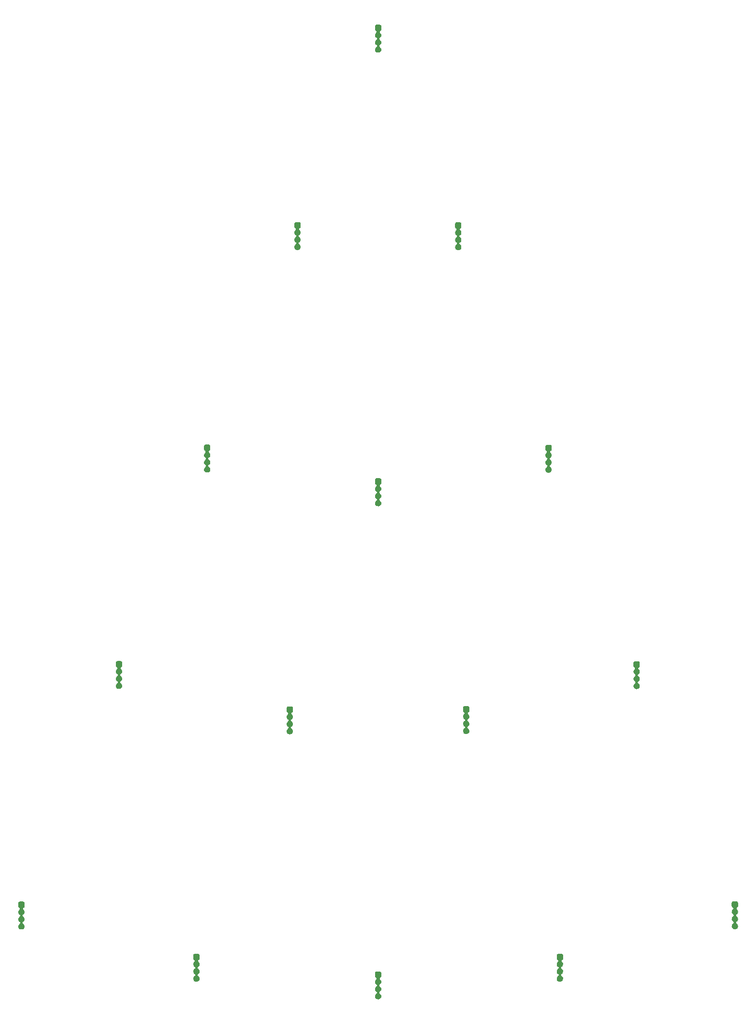
<source format=gbs>
%TF.GenerationSoftware,KiCad,Pcbnew,no-vcs-found-ef6910f~59~ubuntu16.04.1*%
%TF.CreationDate,2017-08-09T10:10:15-06:00*%
%TF.ProjectId,Christmas_Tree_Disco,4368726973746D61735F547265655F44,V1.0*%
%TF.SameCoordinates,Original*%
%TF.FileFunction,Soldermask,Bot*%
%TF.FilePolarity,Negative*%
%FSLAX46Y46*%
G04 Gerber Fmt 4.6, Leading zero omitted, Abs format (unit mm)*
G04 Created by KiCad (PCBNEW no-vcs-found-ef6910f~59~ubuntu16.04.1) date Wed Aug  9 10:10:15 2017*
%MOMM*%
%LPD*%
G01*
G04 APERTURE LIST*
%ADD10C,0.100000*%
G04 APERTURE END LIST*
D10*
G36*
X108629335Y-195946835D02*
X108681584Y-195962685D01*
X108729735Y-195988422D01*
X108771941Y-196023059D01*
X108806578Y-196065265D01*
X108832315Y-196113416D01*
X108848165Y-196165665D01*
X108854484Y-196229825D01*
X108854484Y-196760175D01*
X108848165Y-196824335D01*
X108832315Y-196876584D01*
X108806578Y-196924735D01*
X108771941Y-196966941D01*
X108729735Y-197001578D01*
X108700329Y-197017295D01*
X108667731Y-197039076D01*
X108640008Y-197066799D01*
X108618225Y-197099399D01*
X108603221Y-197135621D01*
X108595572Y-197174074D01*
X108595572Y-197213281D01*
X108603221Y-197251735D01*
X108618224Y-197287957D01*
X108652694Y-197334605D01*
X108731013Y-197413473D01*
X108791085Y-197503888D01*
X108832449Y-197604244D01*
X108853258Y-197709338D01*
X108853257Y-197709381D01*
X108853524Y-197710727D01*
X108851792Y-197834708D01*
X108851489Y-197836043D01*
X108851488Y-197836086D01*
X108827752Y-197940561D01*
X108783602Y-198039724D01*
X108721033Y-198128421D01*
X108642420Y-198203283D01*
X108598744Y-198231001D01*
X108567860Y-198255152D01*
X108542280Y-198284865D01*
X108522988Y-198318997D01*
X108510727Y-198356238D01*
X108505966Y-198395154D01*
X108508888Y-198434252D01*
X108519382Y-198472028D01*
X108537045Y-198507032D01*
X108561196Y-198537916D01*
X108594072Y-198565674D01*
X108654527Y-198606451D01*
X108731013Y-198683473D01*
X108791085Y-198773888D01*
X108832449Y-198874244D01*
X108853258Y-198979338D01*
X108853257Y-198979381D01*
X108853524Y-198980727D01*
X108851792Y-199104708D01*
X108851489Y-199106043D01*
X108851488Y-199106086D01*
X108827752Y-199210561D01*
X108783602Y-199309724D01*
X108721033Y-199398421D01*
X108642420Y-199473283D01*
X108598744Y-199501001D01*
X108567860Y-199525152D01*
X108542280Y-199554865D01*
X108522988Y-199588997D01*
X108510727Y-199626238D01*
X108505966Y-199665154D01*
X108508888Y-199704252D01*
X108519382Y-199742028D01*
X108537045Y-199777032D01*
X108561196Y-199807916D01*
X108594072Y-199835674D01*
X108654527Y-199876451D01*
X108731013Y-199953473D01*
X108791085Y-200043888D01*
X108832449Y-200144244D01*
X108853258Y-200249338D01*
X108853257Y-200249381D01*
X108853524Y-200250727D01*
X108851792Y-200374708D01*
X108851489Y-200376043D01*
X108851488Y-200376086D01*
X108827752Y-200480561D01*
X108783602Y-200579724D01*
X108721033Y-200668421D01*
X108642422Y-200743282D01*
X108550772Y-200801444D01*
X108449571Y-200840698D01*
X108342667Y-200859548D01*
X108234149Y-200857275D01*
X108128127Y-200833964D01*
X108028658Y-200790507D01*
X107939526Y-200728559D01*
X107864119Y-200650473D01*
X107805318Y-200559231D01*
X107765359Y-200458307D01*
X107745763Y-200351538D01*
X107747279Y-200243006D01*
X107769848Y-200136826D01*
X107812611Y-200037053D01*
X107873934Y-199947493D01*
X107951493Y-199871541D01*
X108003266Y-199837662D01*
X108033811Y-199813081D01*
X108058974Y-199783014D01*
X108077787Y-199748616D01*
X108089528Y-199711209D01*
X108093746Y-199672229D01*
X108090278Y-199633176D01*
X108079258Y-199595550D01*
X108061109Y-199560797D01*
X108036528Y-199530252D01*
X108007897Y-199506078D01*
X107939526Y-199458559D01*
X107864119Y-199380473D01*
X107805318Y-199289231D01*
X107765359Y-199188307D01*
X107745763Y-199081538D01*
X107747279Y-198973006D01*
X107769848Y-198866826D01*
X107812611Y-198767053D01*
X107873934Y-198677493D01*
X107951493Y-198601541D01*
X108003266Y-198567662D01*
X108033811Y-198543081D01*
X108058974Y-198513014D01*
X108077787Y-198478616D01*
X108089528Y-198441209D01*
X108093746Y-198402229D01*
X108090278Y-198363176D01*
X108079258Y-198325550D01*
X108061109Y-198290797D01*
X108036528Y-198260252D01*
X108007897Y-198236078D01*
X107939526Y-198188559D01*
X107864119Y-198110473D01*
X107805318Y-198019231D01*
X107765359Y-197918307D01*
X107745763Y-197811538D01*
X107747279Y-197703006D01*
X107769848Y-197596826D01*
X107812611Y-197497053D01*
X107873936Y-197407490D01*
X107945990Y-197336929D01*
X107971179Y-197306883D01*
X107990022Y-197272501D01*
X108001795Y-197235104D01*
X108006046Y-197196128D01*
X108002612Y-197157072D01*
X107991624Y-197119436D01*
X107973505Y-197084668D01*
X107948951Y-197054102D01*
X107918905Y-197028913D01*
X107900335Y-197017650D01*
X107870265Y-197001578D01*
X107828059Y-196966941D01*
X107793422Y-196924735D01*
X107767685Y-196876584D01*
X107751835Y-196824335D01*
X107745516Y-196760175D01*
X107745516Y-196229825D01*
X107751835Y-196165665D01*
X107767685Y-196113416D01*
X107793422Y-196065265D01*
X107828059Y-196023059D01*
X107870265Y-195988422D01*
X107918416Y-195962685D01*
X107970665Y-195946835D01*
X108034825Y-195940516D01*
X108565175Y-195940516D01*
X108629335Y-195946835D01*
X108629335Y-195946835D01*
G37*
G36*
X76629335Y-192846835D02*
X76681584Y-192862685D01*
X76729735Y-192888422D01*
X76771941Y-192923059D01*
X76806578Y-192965265D01*
X76832315Y-193013416D01*
X76848165Y-193065665D01*
X76854484Y-193129825D01*
X76854484Y-193660175D01*
X76848165Y-193724335D01*
X76832315Y-193776584D01*
X76806578Y-193824735D01*
X76771941Y-193866941D01*
X76729735Y-193901578D01*
X76700329Y-193917295D01*
X76667731Y-193939076D01*
X76640008Y-193966799D01*
X76618225Y-193999399D01*
X76603221Y-194035621D01*
X76595572Y-194074074D01*
X76595572Y-194113281D01*
X76603221Y-194151735D01*
X76618224Y-194187957D01*
X76652694Y-194234605D01*
X76731013Y-194313473D01*
X76791085Y-194403888D01*
X76832449Y-194504244D01*
X76853258Y-194609338D01*
X76853257Y-194609381D01*
X76853524Y-194610727D01*
X76851792Y-194734708D01*
X76851489Y-194736043D01*
X76851488Y-194736086D01*
X76827752Y-194840561D01*
X76783602Y-194939724D01*
X76721033Y-195028421D01*
X76642420Y-195103283D01*
X76598744Y-195131001D01*
X76567860Y-195155152D01*
X76542280Y-195184865D01*
X76522988Y-195218997D01*
X76510727Y-195256238D01*
X76505966Y-195295154D01*
X76508888Y-195334252D01*
X76519382Y-195372028D01*
X76537045Y-195407032D01*
X76561196Y-195437916D01*
X76594072Y-195465674D01*
X76654527Y-195506451D01*
X76731013Y-195583473D01*
X76791085Y-195673888D01*
X76832449Y-195774244D01*
X76853258Y-195879338D01*
X76853257Y-195879381D01*
X76853524Y-195880727D01*
X76851792Y-196004708D01*
X76851489Y-196006043D01*
X76851488Y-196006086D01*
X76827752Y-196110561D01*
X76783602Y-196209724D01*
X76721033Y-196298421D01*
X76642420Y-196373283D01*
X76598744Y-196401001D01*
X76567860Y-196425152D01*
X76542280Y-196454865D01*
X76522988Y-196488997D01*
X76510727Y-196526238D01*
X76505966Y-196565154D01*
X76508888Y-196604252D01*
X76519382Y-196642028D01*
X76537045Y-196677032D01*
X76561196Y-196707916D01*
X76594072Y-196735674D01*
X76654527Y-196776451D01*
X76731013Y-196853473D01*
X76791085Y-196943888D01*
X76832449Y-197044244D01*
X76853258Y-197149338D01*
X76853257Y-197149381D01*
X76853524Y-197150727D01*
X76851792Y-197274708D01*
X76851489Y-197276043D01*
X76851488Y-197276086D01*
X76827752Y-197380561D01*
X76783602Y-197479724D01*
X76721033Y-197568421D01*
X76642422Y-197643282D01*
X76550772Y-197701444D01*
X76449571Y-197740698D01*
X76342667Y-197759548D01*
X76234149Y-197757275D01*
X76128127Y-197733964D01*
X76028658Y-197690507D01*
X75939526Y-197628559D01*
X75864119Y-197550473D01*
X75805318Y-197459231D01*
X75765359Y-197358307D01*
X75745763Y-197251538D01*
X75747279Y-197143006D01*
X75769848Y-197036826D01*
X75812611Y-196937053D01*
X75873934Y-196847493D01*
X75951493Y-196771541D01*
X76003266Y-196737662D01*
X76033811Y-196713081D01*
X76058974Y-196683014D01*
X76077787Y-196648616D01*
X76089528Y-196611209D01*
X76093746Y-196572229D01*
X76090278Y-196533176D01*
X76079258Y-196495550D01*
X76061109Y-196460797D01*
X76036528Y-196430252D01*
X76007897Y-196406078D01*
X75939526Y-196358559D01*
X75864119Y-196280473D01*
X75805318Y-196189231D01*
X75765359Y-196088307D01*
X75745763Y-195981538D01*
X75747279Y-195873006D01*
X75769848Y-195766826D01*
X75812611Y-195667053D01*
X75873934Y-195577493D01*
X75951493Y-195501541D01*
X76003266Y-195467662D01*
X76033811Y-195443081D01*
X76058974Y-195413014D01*
X76077787Y-195378616D01*
X76089528Y-195341209D01*
X76093746Y-195302229D01*
X76090278Y-195263176D01*
X76079258Y-195225550D01*
X76061109Y-195190797D01*
X76036528Y-195160252D01*
X76007897Y-195136078D01*
X75939526Y-195088559D01*
X75864119Y-195010473D01*
X75805318Y-194919231D01*
X75765359Y-194818307D01*
X75745763Y-194711538D01*
X75747279Y-194603006D01*
X75769848Y-194496826D01*
X75812611Y-194397053D01*
X75873936Y-194307490D01*
X75945990Y-194236929D01*
X75971179Y-194206883D01*
X75990022Y-194172501D01*
X76001795Y-194135104D01*
X76006046Y-194096128D01*
X76002612Y-194057072D01*
X75991624Y-194019436D01*
X75973505Y-193984668D01*
X75948951Y-193954102D01*
X75918905Y-193928913D01*
X75900335Y-193917650D01*
X75870265Y-193901578D01*
X75828059Y-193866941D01*
X75793422Y-193824735D01*
X75767685Y-193776584D01*
X75751835Y-193724335D01*
X75745516Y-193660175D01*
X75745516Y-193129825D01*
X75751835Y-193065665D01*
X75767685Y-193013416D01*
X75793422Y-192965265D01*
X75828059Y-192923059D01*
X75870265Y-192888422D01*
X75918416Y-192862685D01*
X75970665Y-192846835D01*
X76034825Y-192840516D01*
X76565175Y-192840516D01*
X76629335Y-192846835D01*
X76629335Y-192846835D01*
G37*
G36*
X140629335Y-192846835D02*
X140681584Y-192862685D01*
X140729735Y-192888422D01*
X140771941Y-192923059D01*
X140806578Y-192965265D01*
X140832315Y-193013416D01*
X140848165Y-193065665D01*
X140854484Y-193129825D01*
X140854484Y-193660175D01*
X140848165Y-193724335D01*
X140832315Y-193776584D01*
X140806578Y-193824735D01*
X140771941Y-193866941D01*
X140729735Y-193901578D01*
X140700329Y-193917295D01*
X140667731Y-193939076D01*
X140640008Y-193966799D01*
X140618225Y-193999399D01*
X140603221Y-194035621D01*
X140595572Y-194074074D01*
X140595572Y-194113281D01*
X140603221Y-194151735D01*
X140618224Y-194187957D01*
X140652694Y-194234605D01*
X140731013Y-194313473D01*
X140791085Y-194403888D01*
X140832449Y-194504244D01*
X140853258Y-194609338D01*
X140853257Y-194609381D01*
X140853524Y-194610727D01*
X140851792Y-194734708D01*
X140851489Y-194736043D01*
X140851488Y-194736086D01*
X140827752Y-194840561D01*
X140783602Y-194939724D01*
X140721033Y-195028421D01*
X140642420Y-195103283D01*
X140598744Y-195131001D01*
X140567860Y-195155152D01*
X140542280Y-195184865D01*
X140522988Y-195218997D01*
X140510727Y-195256238D01*
X140505966Y-195295154D01*
X140508888Y-195334252D01*
X140519382Y-195372028D01*
X140537045Y-195407032D01*
X140561196Y-195437916D01*
X140594072Y-195465674D01*
X140654527Y-195506451D01*
X140731013Y-195583473D01*
X140791085Y-195673888D01*
X140832449Y-195774244D01*
X140853258Y-195879338D01*
X140853257Y-195879381D01*
X140853524Y-195880727D01*
X140851792Y-196004708D01*
X140851489Y-196006043D01*
X140851488Y-196006086D01*
X140827752Y-196110561D01*
X140783602Y-196209724D01*
X140721033Y-196298421D01*
X140642420Y-196373283D01*
X140598744Y-196401001D01*
X140567860Y-196425152D01*
X140542280Y-196454865D01*
X140522988Y-196488997D01*
X140510727Y-196526238D01*
X140505966Y-196565154D01*
X140508888Y-196604252D01*
X140519382Y-196642028D01*
X140537045Y-196677032D01*
X140561196Y-196707916D01*
X140594072Y-196735674D01*
X140654527Y-196776451D01*
X140731013Y-196853473D01*
X140791085Y-196943888D01*
X140832449Y-197044244D01*
X140853258Y-197149338D01*
X140853257Y-197149381D01*
X140853524Y-197150727D01*
X140851792Y-197274708D01*
X140851489Y-197276043D01*
X140851488Y-197276086D01*
X140827752Y-197380561D01*
X140783602Y-197479724D01*
X140721033Y-197568421D01*
X140642422Y-197643282D01*
X140550772Y-197701444D01*
X140449571Y-197740698D01*
X140342667Y-197759548D01*
X140234149Y-197757275D01*
X140128127Y-197733964D01*
X140028658Y-197690507D01*
X139939526Y-197628559D01*
X139864119Y-197550473D01*
X139805318Y-197459231D01*
X139765359Y-197358307D01*
X139745763Y-197251538D01*
X139747279Y-197143006D01*
X139769848Y-197036826D01*
X139812611Y-196937053D01*
X139873934Y-196847493D01*
X139951493Y-196771541D01*
X140003266Y-196737662D01*
X140033811Y-196713081D01*
X140058974Y-196683014D01*
X140077787Y-196648616D01*
X140089528Y-196611209D01*
X140093746Y-196572229D01*
X140090278Y-196533176D01*
X140079258Y-196495550D01*
X140061109Y-196460797D01*
X140036528Y-196430252D01*
X140007897Y-196406078D01*
X139939526Y-196358559D01*
X139864119Y-196280473D01*
X139805318Y-196189231D01*
X139765359Y-196088307D01*
X139745763Y-195981538D01*
X139747279Y-195873006D01*
X139769848Y-195766826D01*
X139812611Y-195667053D01*
X139873934Y-195577493D01*
X139951493Y-195501541D01*
X140003266Y-195467662D01*
X140033811Y-195443081D01*
X140058974Y-195413014D01*
X140077787Y-195378616D01*
X140089528Y-195341209D01*
X140093746Y-195302229D01*
X140090278Y-195263176D01*
X140079258Y-195225550D01*
X140061109Y-195190797D01*
X140036528Y-195160252D01*
X140007897Y-195136078D01*
X139939526Y-195088559D01*
X139864119Y-195010473D01*
X139805318Y-194919231D01*
X139765359Y-194818307D01*
X139745763Y-194711538D01*
X139747279Y-194603006D01*
X139769848Y-194496826D01*
X139812611Y-194397053D01*
X139873936Y-194307490D01*
X139945990Y-194236929D01*
X139971179Y-194206883D01*
X139990022Y-194172501D01*
X140001795Y-194135104D01*
X140006046Y-194096128D01*
X140002612Y-194057072D01*
X139991624Y-194019436D01*
X139973505Y-193984668D01*
X139948951Y-193954102D01*
X139918905Y-193928913D01*
X139900335Y-193917650D01*
X139870265Y-193901578D01*
X139828059Y-193866941D01*
X139793422Y-193824735D01*
X139767685Y-193776584D01*
X139751835Y-193724335D01*
X139745516Y-193660175D01*
X139745516Y-193129825D01*
X139751835Y-193065665D01*
X139767685Y-193013416D01*
X139793422Y-192965265D01*
X139828059Y-192923059D01*
X139870265Y-192888422D01*
X139918416Y-192862685D01*
X139970665Y-192846835D01*
X140034825Y-192840516D01*
X140565175Y-192840516D01*
X140629335Y-192846835D01*
X140629335Y-192846835D01*
G37*
G36*
X45830430Y-183651335D02*
X45882679Y-183667185D01*
X45921732Y-183688059D01*
X45930830Y-183692922D01*
X45973036Y-183727559D01*
X46007673Y-183769765D01*
X46033410Y-183817916D01*
X46049260Y-183870165D01*
X46055579Y-183934325D01*
X46055579Y-184464675D01*
X46049260Y-184528835D01*
X46033410Y-184581084D01*
X46028786Y-184589735D01*
X46007673Y-184629235D01*
X45973036Y-184671441D01*
X45930830Y-184706078D01*
X45901424Y-184721795D01*
X45868826Y-184743576D01*
X45841103Y-184771299D01*
X45819320Y-184803899D01*
X45804316Y-184840121D01*
X45796667Y-184878574D01*
X45796667Y-184917781D01*
X45804316Y-184956235D01*
X45819319Y-184992457D01*
X45853789Y-185039105D01*
X45932108Y-185117973D01*
X45992180Y-185208388D01*
X46033544Y-185308744D01*
X46054353Y-185413838D01*
X46054352Y-185413881D01*
X46054619Y-185415227D01*
X46052887Y-185539208D01*
X46052584Y-185540543D01*
X46052583Y-185540586D01*
X46028847Y-185645061D01*
X45984697Y-185744224D01*
X45922128Y-185832921D01*
X45843515Y-185907783D01*
X45799839Y-185935501D01*
X45768955Y-185959652D01*
X45743375Y-185989365D01*
X45724083Y-186023497D01*
X45711822Y-186060738D01*
X45707061Y-186099654D01*
X45709983Y-186138752D01*
X45720477Y-186176528D01*
X45738140Y-186211532D01*
X45762291Y-186242416D01*
X45795167Y-186270174D01*
X45855622Y-186310951D01*
X45932108Y-186387973D01*
X45992180Y-186478388D01*
X46033544Y-186578744D01*
X46054353Y-186683838D01*
X46054352Y-186683881D01*
X46054619Y-186685227D01*
X46052887Y-186809208D01*
X46052584Y-186810543D01*
X46052583Y-186810586D01*
X46028847Y-186915061D01*
X45984697Y-187014224D01*
X45922128Y-187102921D01*
X45843515Y-187177783D01*
X45799839Y-187205501D01*
X45768955Y-187229652D01*
X45743375Y-187259365D01*
X45724083Y-187293497D01*
X45711822Y-187330738D01*
X45707061Y-187369654D01*
X45709983Y-187408752D01*
X45720477Y-187446528D01*
X45738140Y-187481532D01*
X45762291Y-187512416D01*
X45795167Y-187540174D01*
X45855622Y-187580951D01*
X45932108Y-187657973D01*
X45992180Y-187748388D01*
X46033544Y-187848744D01*
X46054353Y-187953838D01*
X46054352Y-187953881D01*
X46054619Y-187955227D01*
X46052887Y-188079208D01*
X46052584Y-188080543D01*
X46052583Y-188080586D01*
X46028847Y-188185061D01*
X45984697Y-188284224D01*
X45922128Y-188372921D01*
X45843517Y-188447782D01*
X45751867Y-188505944D01*
X45650666Y-188545198D01*
X45543762Y-188564048D01*
X45435244Y-188561775D01*
X45329222Y-188538464D01*
X45229753Y-188495007D01*
X45140621Y-188433059D01*
X45065214Y-188354973D01*
X45006413Y-188263731D01*
X44966454Y-188162807D01*
X44946858Y-188056038D01*
X44948374Y-187947506D01*
X44970943Y-187841326D01*
X45013706Y-187741553D01*
X45075029Y-187651993D01*
X45152588Y-187576041D01*
X45204361Y-187542162D01*
X45234906Y-187517581D01*
X45260069Y-187487514D01*
X45278882Y-187453116D01*
X45290623Y-187415709D01*
X45294841Y-187376729D01*
X45291373Y-187337676D01*
X45280353Y-187300050D01*
X45262204Y-187265297D01*
X45237623Y-187234752D01*
X45208992Y-187210578D01*
X45140621Y-187163059D01*
X45065214Y-187084973D01*
X45006413Y-186993731D01*
X44966454Y-186892807D01*
X44946858Y-186786038D01*
X44948374Y-186677506D01*
X44970943Y-186571326D01*
X45013706Y-186471553D01*
X45075029Y-186381993D01*
X45152588Y-186306041D01*
X45204361Y-186272162D01*
X45234906Y-186247581D01*
X45260069Y-186217514D01*
X45278882Y-186183116D01*
X45290623Y-186145709D01*
X45294841Y-186106729D01*
X45291373Y-186067676D01*
X45280353Y-186030050D01*
X45262204Y-185995297D01*
X45237623Y-185964752D01*
X45208992Y-185940578D01*
X45140621Y-185893059D01*
X45065214Y-185814973D01*
X45006413Y-185723731D01*
X44966454Y-185622807D01*
X44946858Y-185516038D01*
X44948374Y-185407506D01*
X44970943Y-185301326D01*
X45013706Y-185201553D01*
X45075031Y-185111990D01*
X45147085Y-185041429D01*
X45172274Y-185011383D01*
X45191117Y-184977001D01*
X45202890Y-184939604D01*
X45207141Y-184900628D01*
X45203707Y-184861572D01*
X45192719Y-184823936D01*
X45174600Y-184789168D01*
X45150046Y-184758602D01*
X45120000Y-184733413D01*
X45101430Y-184722150D01*
X45071360Y-184706078D01*
X45029154Y-184671441D01*
X44994517Y-184629235D01*
X44973404Y-184589735D01*
X44968780Y-184581084D01*
X44952930Y-184528835D01*
X44946611Y-184464675D01*
X44946611Y-183934325D01*
X44952930Y-183870165D01*
X44968780Y-183817916D01*
X44994517Y-183769765D01*
X45029154Y-183727559D01*
X45071360Y-183692922D01*
X45080458Y-183688059D01*
X45119511Y-183667185D01*
X45171760Y-183651335D01*
X45235920Y-183645016D01*
X45766270Y-183645016D01*
X45830430Y-183651335D01*
X45830430Y-183651335D01*
G37*
G36*
X171429335Y-183611835D02*
X171481584Y-183627685D01*
X171514008Y-183645016D01*
X171529735Y-183653422D01*
X171571941Y-183688059D01*
X171604357Y-183727559D01*
X171606578Y-183730265D01*
X171632315Y-183778416D01*
X171648165Y-183830665D01*
X171654484Y-183894825D01*
X171654484Y-184425175D01*
X171648165Y-184489335D01*
X171632315Y-184541584D01*
X171611202Y-184581084D01*
X171606578Y-184589735D01*
X171571941Y-184631941D01*
X171529735Y-184666578D01*
X171500329Y-184682295D01*
X171467731Y-184704076D01*
X171440008Y-184731799D01*
X171418225Y-184764399D01*
X171403221Y-184800621D01*
X171395572Y-184839074D01*
X171395572Y-184878281D01*
X171403221Y-184916735D01*
X171418224Y-184952957D01*
X171452694Y-184999605D01*
X171531013Y-185078473D01*
X171591085Y-185168888D01*
X171632449Y-185269244D01*
X171653258Y-185374338D01*
X171653257Y-185374381D01*
X171653524Y-185375727D01*
X171651792Y-185499708D01*
X171651489Y-185501043D01*
X171651488Y-185501086D01*
X171627752Y-185605561D01*
X171583602Y-185704724D01*
X171521033Y-185793421D01*
X171442420Y-185868283D01*
X171398744Y-185896001D01*
X171367860Y-185920152D01*
X171342280Y-185949865D01*
X171322988Y-185983997D01*
X171310727Y-186021238D01*
X171305966Y-186060154D01*
X171308888Y-186099252D01*
X171319382Y-186137028D01*
X171337045Y-186172032D01*
X171361196Y-186202916D01*
X171394072Y-186230674D01*
X171454527Y-186271451D01*
X171531013Y-186348473D01*
X171591085Y-186438888D01*
X171632449Y-186539244D01*
X171653258Y-186644338D01*
X171653257Y-186644381D01*
X171653524Y-186645727D01*
X171651792Y-186769708D01*
X171651489Y-186771043D01*
X171651488Y-186771086D01*
X171627752Y-186875561D01*
X171583602Y-186974724D01*
X171521033Y-187063421D01*
X171442420Y-187138283D01*
X171398744Y-187166001D01*
X171367860Y-187190152D01*
X171342280Y-187219865D01*
X171322988Y-187253997D01*
X171310727Y-187291238D01*
X171305966Y-187330154D01*
X171308888Y-187369252D01*
X171319382Y-187407028D01*
X171337045Y-187442032D01*
X171361196Y-187472916D01*
X171394072Y-187500674D01*
X171454527Y-187541451D01*
X171531013Y-187618473D01*
X171591085Y-187708888D01*
X171632449Y-187809244D01*
X171653258Y-187914338D01*
X171653257Y-187914381D01*
X171653524Y-187915727D01*
X171651792Y-188039708D01*
X171651489Y-188041043D01*
X171651488Y-188041086D01*
X171627752Y-188145561D01*
X171583602Y-188244724D01*
X171521033Y-188333421D01*
X171442422Y-188408282D01*
X171350772Y-188466444D01*
X171249571Y-188505698D01*
X171142667Y-188524548D01*
X171034149Y-188522275D01*
X170928127Y-188498964D01*
X170828658Y-188455507D01*
X170739526Y-188393559D01*
X170664119Y-188315473D01*
X170605318Y-188224231D01*
X170565359Y-188123307D01*
X170545763Y-188016538D01*
X170547279Y-187908006D01*
X170569848Y-187801826D01*
X170612611Y-187702053D01*
X170673934Y-187612493D01*
X170751493Y-187536541D01*
X170803266Y-187502662D01*
X170833811Y-187478081D01*
X170858974Y-187448014D01*
X170877787Y-187413616D01*
X170889528Y-187376209D01*
X170893746Y-187337229D01*
X170890278Y-187298176D01*
X170879258Y-187260550D01*
X170861109Y-187225797D01*
X170836528Y-187195252D01*
X170807897Y-187171078D01*
X170739526Y-187123559D01*
X170664119Y-187045473D01*
X170605318Y-186954231D01*
X170565359Y-186853307D01*
X170545763Y-186746538D01*
X170547279Y-186638006D01*
X170569848Y-186531826D01*
X170612611Y-186432053D01*
X170673934Y-186342493D01*
X170751493Y-186266541D01*
X170803266Y-186232662D01*
X170833811Y-186208081D01*
X170858974Y-186178014D01*
X170877787Y-186143616D01*
X170889528Y-186106209D01*
X170893746Y-186067229D01*
X170890278Y-186028176D01*
X170879258Y-185990550D01*
X170861109Y-185955797D01*
X170836528Y-185925252D01*
X170807897Y-185901078D01*
X170739526Y-185853559D01*
X170664119Y-185775473D01*
X170605318Y-185684231D01*
X170565359Y-185583307D01*
X170545763Y-185476538D01*
X170547279Y-185368006D01*
X170569848Y-185261826D01*
X170612611Y-185162053D01*
X170673936Y-185072490D01*
X170745990Y-185001929D01*
X170771179Y-184971883D01*
X170790022Y-184937501D01*
X170801795Y-184900104D01*
X170806046Y-184861128D01*
X170802612Y-184822072D01*
X170791624Y-184784436D01*
X170773505Y-184749668D01*
X170748951Y-184719102D01*
X170718905Y-184693913D01*
X170700335Y-184682650D01*
X170670265Y-184666578D01*
X170628059Y-184631941D01*
X170593422Y-184589735D01*
X170588798Y-184581084D01*
X170567685Y-184541584D01*
X170551835Y-184489335D01*
X170545516Y-184425175D01*
X170545516Y-183894825D01*
X170551835Y-183830665D01*
X170567685Y-183778416D01*
X170593422Y-183730265D01*
X170595643Y-183727559D01*
X170628059Y-183688059D01*
X170670265Y-183653422D01*
X170685992Y-183645016D01*
X170718416Y-183627685D01*
X170770665Y-183611835D01*
X170834825Y-183605516D01*
X171365175Y-183605516D01*
X171429335Y-183611835D01*
X171429335Y-183611835D01*
G37*
G36*
X93071335Y-149286835D02*
X93123584Y-149302685D01*
X93161701Y-149323059D01*
X93171735Y-149328422D01*
X93213941Y-149363059D01*
X93248578Y-149405265D01*
X93274315Y-149453416D01*
X93290165Y-149505665D01*
X93296484Y-149569825D01*
X93296484Y-150100175D01*
X93290165Y-150164335D01*
X93274315Y-150216584D01*
X93269958Y-150224735D01*
X93248578Y-150264735D01*
X93213941Y-150306941D01*
X93171735Y-150341578D01*
X93142329Y-150357295D01*
X93109731Y-150379076D01*
X93082008Y-150406799D01*
X93060225Y-150439399D01*
X93045221Y-150475621D01*
X93037572Y-150514074D01*
X93037572Y-150553281D01*
X93045221Y-150591735D01*
X93060224Y-150627957D01*
X93094694Y-150674605D01*
X93173013Y-150753473D01*
X93233085Y-150843888D01*
X93274449Y-150944244D01*
X93295258Y-151049338D01*
X93295257Y-151049381D01*
X93295524Y-151050727D01*
X93293792Y-151174708D01*
X93293489Y-151176043D01*
X93293488Y-151176086D01*
X93269752Y-151280561D01*
X93225602Y-151379724D01*
X93163033Y-151468421D01*
X93084420Y-151543283D01*
X93040744Y-151571001D01*
X93009860Y-151595152D01*
X92984280Y-151624865D01*
X92964988Y-151658997D01*
X92952727Y-151696238D01*
X92947966Y-151735154D01*
X92950888Y-151774252D01*
X92961382Y-151812028D01*
X92979045Y-151847032D01*
X93003196Y-151877916D01*
X93036072Y-151905674D01*
X93096527Y-151946451D01*
X93173013Y-152023473D01*
X93233085Y-152113888D01*
X93274449Y-152214244D01*
X93295258Y-152319338D01*
X93295257Y-152319381D01*
X93295524Y-152320727D01*
X93293792Y-152444708D01*
X93293489Y-152446043D01*
X93293488Y-152446086D01*
X93269752Y-152550561D01*
X93225602Y-152649724D01*
X93163033Y-152738421D01*
X93084420Y-152813283D01*
X93040744Y-152841001D01*
X93009860Y-152865152D01*
X92984280Y-152894865D01*
X92964988Y-152928997D01*
X92952727Y-152966238D01*
X92947966Y-153005154D01*
X92950888Y-153044252D01*
X92961382Y-153082028D01*
X92979045Y-153117032D01*
X93003196Y-153147916D01*
X93036072Y-153175674D01*
X93096527Y-153216451D01*
X93173013Y-153293473D01*
X93233085Y-153383888D01*
X93274449Y-153484244D01*
X93295258Y-153589338D01*
X93295257Y-153589381D01*
X93295524Y-153590727D01*
X93293792Y-153714708D01*
X93293489Y-153716043D01*
X93293488Y-153716086D01*
X93269752Y-153820561D01*
X93225602Y-153919724D01*
X93163033Y-154008421D01*
X93084422Y-154083282D01*
X92992772Y-154141444D01*
X92891571Y-154180698D01*
X92784667Y-154199548D01*
X92676149Y-154197275D01*
X92570127Y-154173964D01*
X92470658Y-154130507D01*
X92381526Y-154068559D01*
X92306119Y-153990473D01*
X92247318Y-153899231D01*
X92207359Y-153798307D01*
X92187763Y-153691538D01*
X92189279Y-153583006D01*
X92211848Y-153476826D01*
X92254611Y-153377053D01*
X92315934Y-153287493D01*
X92393493Y-153211541D01*
X92445266Y-153177662D01*
X92475811Y-153153081D01*
X92500974Y-153123014D01*
X92519787Y-153088616D01*
X92531528Y-153051209D01*
X92535746Y-153012229D01*
X92532278Y-152973176D01*
X92521258Y-152935550D01*
X92503109Y-152900797D01*
X92478528Y-152870252D01*
X92449897Y-152846078D01*
X92381526Y-152798559D01*
X92306119Y-152720473D01*
X92247318Y-152629231D01*
X92207359Y-152528307D01*
X92187763Y-152421538D01*
X92189279Y-152313006D01*
X92211848Y-152206826D01*
X92254611Y-152107053D01*
X92315934Y-152017493D01*
X92393493Y-151941541D01*
X92445266Y-151907662D01*
X92475811Y-151883081D01*
X92500974Y-151853014D01*
X92519787Y-151818616D01*
X92531528Y-151781209D01*
X92535746Y-151742229D01*
X92532278Y-151703176D01*
X92521258Y-151665550D01*
X92503109Y-151630797D01*
X92478528Y-151600252D01*
X92449897Y-151576078D01*
X92381526Y-151528559D01*
X92306119Y-151450473D01*
X92247318Y-151359231D01*
X92207359Y-151258307D01*
X92187763Y-151151538D01*
X92189279Y-151043006D01*
X92211848Y-150936826D01*
X92254611Y-150837053D01*
X92315936Y-150747490D01*
X92387990Y-150676929D01*
X92413179Y-150646883D01*
X92432022Y-150612501D01*
X92443795Y-150575104D01*
X92448046Y-150536128D01*
X92444612Y-150497072D01*
X92433624Y-150459436D01*
X92415505Y-150424668D01*
X92390951Y-150394102D01*
X92360905Y-150368913D01*
X92342335Y-150357650D01*
X92312265Y-150341578D01*
X92270059Y-150306941D01*
X92235422Y-150264735D01*
X92214042Y-150224735D01*
X92209685Y-150216584D01*
X92193835Y-150164335D01*
X92187516Y-150100175D01*
X92187516Y-149569825D01*
X92193835Y-149505665D01*
X92209685Y-149453416D01*
X92235422Y-149405265D01*
X92270059Y-149363059D01*
X92312265Y-149328422D01*
X92322299Y-149323059D01*
X92360416Y-149302685D01*
X92412665Y-149286835D01*
X92476825Y-149280516D01*
X93007175Y-149280516D01*
X93071335Y-149286835D01*
X93071335Y-149286835D01*
G37*
G36*
X124129335Y-149246835D02*
X124181584Y-149262685D01*
X124216755Y-149281484D01*
X124229735Y-149288422D01*
X124271941Y-149323059D01*
X124304768Y-149363059D01*
X124306578Y-149365265D01*
X124332315Y-149413416D01*
X124348165Y-149465665D01*
X124354484Y-149529825D01*
X124354484Y-150060175D01*
X124348165Y-150124335D01*
X124332315Y-150176584D01*
X124310935Y-150216583D01*
X124306578Y-150224735D01*
X124271941Y-150266941D01*
X124229735Y-150301578D01*
X124200329Y-150317295D01*
X124167731Y-150339076D01*
X124140008Y-150366799D01*
X124118225Y-150399399D01*
X124103221Y-150435621D01*
X124095572Y-150474074D01*
X124095572Y-150513281D01*
X124103221Y-150551735D01*
X124118224Y-150587957D01*
X124152694Y-150634605D01*
X124231013Y-150713473D01*
X124291085Y-150803888D01*
X124332449Y-150904244D01*
X124353258Y-151009338D01*
X124353257Y-151009381D01*
X124353524Y-151010727D01*
X124351792Y-151134708D01*
X124351489Y-151136043D01*
X124351488Y-151136086D01*
X124327752Y-151240561D01*
X124283602Y-151339724D01*
X124221033Y-151428421D01*
X124142420Y-151503283D01*
X124098744Y-151531001D01*
X124067860Y-151555152D01*
X124042280Y-151584865D01*
X124022988Y-151618997D01*
X124010727Y-151656238D01*
X124005966Y-151695154D01*
X124008888Y-151734252D01*
X124019382Y-151772028D01*
X124037045Y-151807032D01*
X124061196Y-151837916D01*
X124094072Y-151865674D01*
X124154527Y-151906451D01*
X124231013Y-151983473D01*
X124291085Y-152073888D01*
X124332449Y-152174244D01*
X124353258Y-152279338D01*
X124353257Y-152279381D01*
X124353524Y-152280727D01*
X124351792Y-152404708D01*
X124351489Y-152406043D01*
X124351488Y-152406086D01*
X124327752Y-152510561D01*
X124283602Y-152609724D01*
X124221033Y-152698421D01*
X124142420Y-152773283D01*
X124098744Y-152801001D01*
X124067860Y-152825152D01*
X124042280Y-152854865D01*
X124022988Y-152888997D01*
X124010727Y-152926238D01*
X124005966Y-152965154D01*
X124008888Y-153004252D01*
X124019382Y-153042028D01*
X124037045Y-153077032D01*
X124061196Y-153107916D01*
X124094072Y-153135674D01*
X124154527Y-153176451D01*
X124231013Y-153253473D01*
X124291085Y-153343888D01*
X124332449Y-153444244D01*
X124353258Y-153549338D01*
X124353257Y-153549381D01*
X124353524Y-153550727D01*
X124351792Y-153674708D01*
X124351489Y-153676043D01*
X124351488Y-153676086D01*
X124327752Y-153780561D01*
X124283602Y-153879724D01*
X124221033Y-153968421D01*
X124142422Y-154043282D01*
X124050772Y-154101444D01*
X123949571Y-154140698D01*
X123842667Y-154159548D01*
X123734149Y-154157275D01*
X123628127Y-154133964D01*
X123528658Y-154090507D01*
X123439526Y-154028559D01*
X123364119Y-153950473D01*
X123305318Y-153859231D01*
X123265359Y-153758307D01*
X123245763Y-153651538D01*
X123247279Y-153543006D01*
X123269848Y-153436826D01*
X123312611Y-153337053D01*
X123373934Y-153247493D01*
X123451493Y-153171541D01*
X123503266Y-153137662D01*
X123533811Y-153113081D01*
X123558974Y-153083014D01*
X123577787Y-153048616D01*
X123589528Y-153011209D01*
X123593746Y-152972229D01*
X123590278Y-152933176D01*
X123579258Y-152895550D01*
X123561109Y-152860797D01*
X123536528Y-152830252D01*
X123507897Y-152806078D01*
X123439526Y-152758559D01*
X123364119Y-152680473D01*
X123305318Y-152589231D01*
X123265359Y-152488307D01*
X123245763Y-152381538D01*
X123247279Y-152273006D01*
X123269848Y-152166826D01*
X123312611Y-152067053D01*
X123373934Y-151977493D01*
X123451493Y-151901541D01*
X123503266Y-151867662D01*
X123533811Y-151843081D01*
X123558974Y-151813014D01*
X123577787Y-151778616D01*
X123589528Y-151741209D01*
X123593746Y-151702229D01*
X123590278Y-151663176D01*
X123579258Y-151625550D01*
X123561109Y-151590797D01*
X123536528Y-151560252D01*
X123507897Y-151536078D01*
X123439526Y-151488559D01*
X123364119Y-151410473D01*
X123305318Y-151319231D01*
X123265359Y-151218307D01*
X123245763Y-151111538D01*
X123247279Y-151003006D01*
X123269848Y-150896826D01*
X123312611Y-150797053D01*
X123373936Y-150707490D01*
X123445990Y-150636929D01*
X123471179Y-150606883D01*
X123490022Y-150572501D01*
X123501795Y-150535104D01*
X123506046Y-150496128D01*
X123502612Y-150457072D01*
X123491624Y-150419436D01*
X123473505Y-150384668D01*
X123448951Y-150354102D01*
X123418905Y-150328913D01*
X123400335Y-150317650D01*
X123370265Y-150301578D01*
X123328059Y-150266941D01*
X123293422Y-150224735D01*
X123289065Y-150216583D01*
X123267685Y-150176584D01*
X123251835Y-150124335D01*
X123245516Y-150060175D01*
X123245516Y-149529825D01*
X123251835Y-149465665D01*
X123267685Y-149413416D01*
X123293422Y-149365265D01*
X123295232Y-149363059D01*
X123328059Y-149323059D01*
X123370265Y-149288422D01*
X123383245Y-149281484D01*
X123418416Y-149262685D01*
X123470665Y-149246835D01*
X123534825Y-149240516D01*
X124065175Y-149240516D01*
X124129335Y-149246835D01*
X124129335Y-149246835D01*
G37*
G36*
X154142430Y-141336335D02*
X154194679Y-141352185D01*
X154242830Y-141377922D01*
X154285036Y-141412559D01*
X154319673Y-141454765D01*
X154345410Y-141502916D01*
X154361260Y-141555165D01*
X154367579Y-141619325D01*
X154367579Y-142149675D01*
X154361260Y-142213835D01*
X154345410Y-142266084D01*
X154333303Y-142288735D01*
X154319673Y-142314235D01*
X154285036Y-142356441D01*
X154242830Y-142391078D01*
X154213424Y-142406795D01*
X154180826Y-142428576D01*
X154153103Y-142456299D01*
X154131320Y-142488899D01*
X154116316Y-142525121D01*
X154108667Y-142563574D01*
X154108667Y-142602781D01*
X154116316Y-142641235D01*
X154131319Y-142677457D01*
X154165789Y-142724105D01*
X154244108Y-142802973D01*
X154304180Y-142893388D01*
X154345544Y-142993744D01*
X154366353Y-143098838D01*
X154366352Y-143098881D01*
X154366619Y-143100227D01*
X154364887Y-143224208D01*
X154364584Y-143225543D01*
X154364583Y-143225586D01*
X154340847Y-143330061D01*
X154296697Y-143429224D01*
X154234128Y-143517921D01*
X154155515Y-143592783D01*
X154111839Y-143620501D01*
X154080955Y-143644652D01*
X154055375Y-143674365D01*
X154036083Y-143708497D01*
X154023822Y-143745738D01*
X154019061Y-143784654D01*
X154021983Y-143823752D01*
X154032477Y-143861528D01*
X154050140Y-143896532D01*
X154074291Y-143927416D01*
X154107167Y-143955174D01*
X154167622Y-143995951D01*
X154244108Y-144072973D01*
X154304180Y-144163388D01*
X154345544Y-144263744D01*
X154366353Y-144368838D01*
X154366352Y-144368881D01*
X154366619Y-144370227D01*
X154364887Y-144494208D01*
X154364584Y-144495543D01*
X154364583Y-144495586D01*
X154340847Y-144600061D01*
X154296697Y-144699224D01*
X154234128Y-144787921D01*
X154155515Y-144862783D01*
X154111839Y-144890501D01*
X154080955Y-144914652D01*
X154055375Y-144944365D01*
X154036083Y-144978497D01*
X154023822Y-145015738D01*
X154019061Y-145054654D01*
X154021983Y-145093752D01*
X154032477Y-145131528D01*
X154050140Y-145166532D01*
X154074291Y-145197416D01*
X154107167Y-145225174D01*
X154167622Y-145265951D01*
X154244108Y-145342973D01*
X154304180Y-145433388D01*
X154345544Y-145533744D01*
X154366353Y-145638838D01*
X154366352Y-145638881D01*
X154366619Y-145640227D01*
X154364887Y-145764208D01*
X154364584Y-145765543D01*
X154364583Y-145765586D01*
X154340847Y-145870061D01*
X154296697Y-145969224D01*
X154234128Y-146057921D01*
X154155517Y-146132782D01*
X154063867Y-146190944D01*
X153962666Y-146230198D01*
X153855762Y-146249048D01*
X153747244Y-146246775D01*
X153641222Y-146223464D01*
X153541753Y-146180007D01*
X153452621Y-146118059D01*
X153377214Y-146039973D01*
X153318413Y-145948731D01*
X153278454Y-145847807D01*
X153258858Y-145741038D01*
X153260374Y-145632506D01*
X153282943Y-145526326D01*
X153325706Y-145426553D01*
X153387029Y-145336993D01*
X153464588Y-145261041D01*
X153516361Y-145227162D01*
X153546906Y-145202581D01*
X153572069Y-145172514D01*
X153590882Y-145138116D01*
X153602623Y-145100709D01*
X153606841Y-145061729D01*
X153603373Y-145022676D01*
X153592353Y-144985050D01*
X153574204Y-144950297D01*
X153549623Y-144919752D01*
X153520992Y-144895578D01*
X153452621Y-144848059D01*
X153377214Y-144769973D01*
X153318413Y-144678731D01*
X153278454Y-144577807D01*
X153258858Y-144471038D01*
X153260374Y-144362506D01*
X153282943Y-144256326D01*
X153325706Y-144156553D01*
X153387029Y-144066993D01*
X153464588Y-143991041D01*
X153516361Y-143957162D01*
X153546906Y-143932581D01*
X153572069Y-143902514D01*
X153590882Y-143868116D01*
X153602623Y-143830709D01*
X153606841Y-143791729D01*
X153603373Y-143752676D01*
X153592353Y-143715050D01*
X153574204Y-143680297D01*
X153549623Y-143649752D01*
X153520992Y-143625578D01*
X153452621Y-143578059D01*
X153377214Y-143499973D01*
X153318413Y-143408731D01*
X153278454Y-143307807D01*
X153258858Y-143201038D01*
X153260374Y-143092506D01*
X153282943Y-142986326D01*
X153325706Y-142886553D01*
X153387031Y-142796990D01*
X153459085Y-142726429D01*
X153484274Y-142696383D01*
X153503117Y-142662001D01*
X153514890Y-142624604D01*
X153519141Y-142585628D01*
X153515707Y-142546572D01*
X153504719Y-142508936D01*
X153486600Y-142474168D01*
X153462046Y-142443602D01*
X153432000Y-142418413D01*
X153413430Y-142407150D01*
X153383360Y-142391078D01*
X153341154Y-142356441D01*
X153306517Y-142314235D01*
X153292887Y-142288735D01*
X153280780Y-142266084D01*
X153264930Y-142213835D01*
X153258611Y-142149675D01*
X153258611Y-141619325D01*
X153264930Y-141555165D01*
X153280780Y-141502916D01*
X153306517Y-141454765D01*
X153341154Y-141412559D01*
X153383360Y-141377922D01*
X153431511Y-141352185D01*
X153483760Y-141336335D01*
X153547920Y-141330016D01*
X154078270Y-141330016D01*
X154142430Y-141336335D01*
X154142430Y-141336335D01*
G37*
G36*
X63010430Y-141310835D02*
X63062679Y-141326685D01*
X63110387Y-141352185D01*
X63110830Y-141352422D01*
X63153036Y-141387059D01*
X63187673Y-141429265D01*
X63213410Y-141477416D01*
X63229260Y-141529665D01*
X63235579Y-141593825D01*
X63235579Y-142124175D01*
X63229260Y-142188335D01*
X63213410Y-142240584D01*
X63199780Y-142266084D01*
X63187673Y-142288735D01*
X63153036Y-142330941D01*
X63110830Y-142365578D01*
X63081424Y-142381295D01*
X63048826Y-142403076D01*
X63021103Y-142430799D01*
X62999320Y-142463399D01*
X62984316Y-142499621D01*
X62976667Y-142538074D01*
X62976667Y-142577281D01*
X62984316Y-142615735D01*
X62999319Y-142651957D01*
X63033789Y-142698605D01*
X63112108Y-142777473D01*
X63172180Y-142867888D01*
X63213544Y-142968244D01*
X63234353Y-143073338D01*
X63234352Y-143073381D01*
X63234619Y-143074727D01*
X63232887Y-143198708D01*
X63232584Y-143200043D01*
X63232583Y-143200086D01*
X63208847Y-143304561D01*
X63164697Y-143403724D01*
X63102128Y-143492421D01*
X63023515Y-143567283D01*
X62979839Y-143595001D01*
X62948955Y-143619152D01*
X62923375Y-143648865D01*
X62904083Y-143682997D01*
X62891822Y-143720238D01*
X62887061Y-143759154D01*
X62889983Y-143798252D01*
X62900477Y-143836028D01*
X62918140Y-143871032D01*
X62942291Y-143901916D01*
X62975167Y-143929674D01*
X63035622Y-143970451D01*
X63112108Y-144047473D01*
X63172180Y-144137888D01*
X63213544Y-144238244D01*
X63234353Y-144343338D01*
X63234352Y-144343381D01*
X63234619Y-144344727D01*
X63232887Y-144468708D01*
X63232584Y-144470043D01*
X63232583Y-144470086D01*
X63208847Y-144574561D01*
X63164697Y-144673724D01*
X63102128Y-144762421D01*
X63023515Y-144837283D01*
X62979839Y-144865001D01*
X62948955Y-144889152D01*
X62923375Y-144918865D01*
X62904083Y-144952997D01*
X62891822Y-144990238D01*
X62887061Y-145029154D01*
X62889983Y-145068252D01*
X62900477Y-145106028D01*
X62918140Y-145141032D01*
X62942291Y-145171916D01*
X62975167Y-145199674D01*
X63035622Y-145240451D01*
X63112108Y-145317473D01*
X63172180Y-145407888D01*
X63213544Y-145508244D01*
X63234353Y-145613338D01*
X63234352Y-145613381D01*
X63234619Y-145614727D01*
X63232887Y-145738708D01*
X63232584Y-145740043D01*
X63232583Y-145740086D01*
X63208847Y-145844561D01*
X63164697Y-145943724D01*
X63102128Y-146032421D01*
X63023517Y-146107282D01*
X62931867Y-146165444D01*
X62830666Y-146204698D01*
X62723762Y-146223548D01*
X62615244Y-146221275D01*
X62509222Y-146197964D01*
X62409753Y-146154507D01*
X62320621Y-146092559D01*
X62245214Y-146014473D01*
X62186413Y-145923231D01*
X62146454Y-145822307D01*
X62126858Y-145715538D01*
X62128374Y-145607006D01*
X62150943Y-145500826D01*
X62193706Y-145401053D01*
X62255029Y-145311493D01*
X62332588Y-145235541D01*
X62384361Y-145201662D01*
X62414906Y-145177081D01*
X62440069Y-145147014D01*
X62458882Y-145112616D01*
X62470623Y-145075209D01*
X62474841Y-145036229D01*
X62471373Y-144997176D01*
X62460353Y-144959550D01*
X62442204Y-144924797D01*
X62417623Y-144894252D01*
X62388992Y-144870078D01*
X62320621Y-144822559D01*
X62245214Y-144744473D01*
X62186413Y-144653231D01*
X62146454Y-144552307D01*
X62126858Y-144445538D01*
X62128374Y-144337006D01*
X62150943Y-144230826D01*
X62193706Y-144131053D01*
X62255029Y-144041493D01*
X62332588Y-143965541D01*
X62384361Y-143931662D01*
X62414906Y-143907081D01*
X62440069Y-143877014D01*
X62458882Y-143842616D01*
X62470623Y-143805209D01*
X62474841Y-143766229D01*
X62471373Y-143727176D01*
X62460353Y-143689550D01*
X62442204Y-143654797D01*
X62417623Y-143624252D01*
X62388992Y-143600078D01*
X62320621Y-143552559D01*
X62245214Y-143474473D01*
X62186413Y-143383231D01*
X62146454Y-143282307D01*
X62126858Y-143175538D01*
X62128374Y-143067006D01*
X62150943Y-142960826D01*
X62193706Y-142861053D01*
X62255031Y-142771490D01*
X62327085Y-142700929D01*
X62352274Y-142670883D01*
X62371117Y-142636501D01*
X62382890Y-142599104D01*
X62387141Y-142560128D01*
X62383707Y-142521072D01*
X62372719Y-142483436D01*
X62354600Y-142448668D01*
X62330046Y-142418102D01*
X62300000Y-142392913D01*
X62281430Y-142381650D01*
X62251360Y-142365578D01*
X62209154Y-142330941D01*
X62174517Y-142288735D01*
X62162410Y-142266084D01*
X62148780Y-142240584D01*
X62132930Y-142188335D01*
X62126611Y-142124175D01*
X62126611Y-141593825D01*
X62132930Y-141529665D01*
X62148780Y-141477416D01*
X62174517Y-141429265D01*
X62209154Y-141387059D01*
X62251360Y-141352422D01*
X62251803Y-141352185D01*
X62299511Y-141326685D01*
X62351760Y-141310835D01*
X62415920Y-141304516D01*
X62946270Y-141304516D01*
X63010430Y-141310835D01*
X63010430Y-141310835D01*
G37*
G36*
X108629335Y-109146835D02*
X108681584Y-109162685D01*
X108729735Y-109188422D01*
X108771941Y-109223059D01*
X108806578Y-109265265D01*
X108832315Y-109313416D01*
X108848165Y-109365665D01*
X108854484Y-109429825D01*
X108854484Y-109960175D01*
X108848165Y-110024335D01*
X108832315Y-110076584D01*
X108806578Y-110124735D01*
X108771941Y-110166941D01*
X108729735Y-110201578D01*
X108700329Y-110217295D01*
X108667731Y-110239076D01*
X108640008Y-110266799D01*
X108618225Y-110299399D01*
X108603221Y-110335621D01*
X108595572Y-110374074D01*
X108595572Y-110413281D01*
X108603221Y-110451735D01*
X108618224Y-110487957D01*
X108652694Y-110534605D01*
X108731013Y-110613473D01*
X108791085Y-110703888D01*
X108832449Y-110804244D01*
X108853258Y-110909338D01*
X108853257Y-110909381D01*
X108853524Y-110910727D01*
X108851792Y-111034708D01*
X108851489Y-111036043D01*
X108851488Y-111036086D01*
X108827752Y-111140561D01*
X108783602Y-111239724D01*
X108721033Y-111328421D01*
X108642420Y-111403283D01*
X108598744Y-111431001D01*
X108567860Y-111455152D01*
X108542280Y-111484865D01*
X108522988Y-111518997D01*
X108510727Y-111556238D01*
X108505966Y-111595154D01*
X108508888Y-111634252D01*
X108519382Y-111672028D01*
X108537045Y-111707032D01*
X108561196Y-111737916D01*
X108594072Y-111765674D01*
X108654527Y-111806451D01*
X108731013Y-111883473D01*
X108791085Y-111973888D01*
X108832449Y-112074244D01*
X108853258Y-112179338D01*
X108853257Y-112179381D01*
X108853524Y-112180727D01*
X108851792Y-112304708D01*
X108851489Y-112306043D01*
X108851488Y-112306086D01*
X108827752Y-112410561D01*
X108783602Y-112509724D01*
X108721033Y-112598421D01*
X108642420Y-112673283D01*
X108598744Y-112701001D01*
X108567860Y-112725152D01*
X108542280Y-112754865D01*
X108522988Y-112788997D01*
X108510727Y-112826238D01*
X108505966Y-112865154D01*
X108508888Y-112904252D01*
X108519382Y-112942028D01*
X108537045Y-112977032D01*
X108561196Y-113007916D01*
X108594072Y-113035674D01*
X108654527Y-113076451D01*
X108731013Y-113153473D01*
X108791085Y-113243888D01*
X108832449Y-113344244D01*
X108853258Y-113449338D01*
X108853257Y-113449381D01*
X108853524Y-113450727D01*
X108851792Y-113574708D01*
X108851489Y-113576043D01*
X108851488Y-113576086D01*
X108827752Y-113680561D01*
X108783602Y-113779724D01*
X108721033Y-113868421D01*
X108642422Y-113943282D01*
X108550772Y-114001444D01*
X108449571Y-114040698D01*
X108342667Y-114059548D01*
X108234149Y-114057275D01*
X108128127Y-114033964D01*
X108028658Y-113990507D01*
X107939526Y-113928559D01*
X107864119Y-113850473D01*
X107805318Y-113759231D01*
X107765359Y-113658307D01*
X107745763Y-113551538D01*
X107747279Y-113443006D01*
X107769848Y-113336826D01*
X107812611Y-113237053D01*
X107873934Y-113147493D01*
X107951493Y-113071541D01*
X108003266Y-113037662D01*
X108033811Y-113013081D01*
X108058974Y-112983014D01*
X108077787Y-112948616D01*
X108089528Y-112911209D01*
X108093746Y-112872229D01*
X108090278Y-112833176D01*
X108079258Y-112795550D01*
X108061109Y-112760797D01*
X108036528Y-112730252D01*
X108007897Y-112706078D01*
X107939526Y-112658559D01*
X107864119Y-112580473D01*
X107805318Y-112489231D01*
X107765359Y-112388307D01*
X107745763Y-112281538D01*
X107747279Y-112173006D01*
X107769848Y-112066826D01*
X107812611Y-111967053D01*
X107873934Y-111877493D01*
X107951493Y-111801541D01*
X108003266Y-111767662D01*
X108033811Y-111743081D01*
X108058974Y-111713014D01*
X108077787Y-111678616D01*
X108089528Y-111641209D01*
X108093746Y-111602229D01*
X108090278Y-111563176D01*
X108079258Y-111525550D01*
X108061109Y-111490797D01*
X108036528Y-111460252D01*
X108007897Y-111436078D01*
X107939526Y-111388559D01*
X107864119Y-111310473D01*
X107805318Y-111219231D01*
X107765359Y-111118307D01*
X107745763Y-111011538D01*
X107747279Y-110903006D01*
X107769848Y-110796826D01*
X107812611Y-110697053D01*
X107873936Y-110607490D01*
X107945990Y-110536929D01*
X107971179Y-110506883D01*
X107990022Y-110472501D01*
X108001795Y-110435104D01*
X108006046Y-110396128D01*
X108002612Y-110357072D01*
X107991624Y-110319436D01*
X107973505Y-110284668D01*
X107948951Y-110254102D01*
X107918905Y-110228913D01*
X107900335Y-110217650D01*
X107870265Y-110201578D01*
X107828059Y-110166941D01*
X107793422Y-110124735D01*
X107767685Y-110076584D01*
X107751835Y-110024335D01*
X107745516Y-109960175D01*
X107745516Y-109429825D01*
X107751835Y-109365665D01*
X107767685Y-109313416D01*
X107793422Y-109265265D01*
X107828059Y-109223059D01*
X107870265Y-109188422D01*
X107918416Y-109162685D01*
X107970665Y-109146835D01*
X108034825Y-109140516D01*
X108565175Y-109140516D01*
X108629335Y-109146835D01*
X108629335Y-109146835D01*
G37*
G36*
X138629335Y-103246835D02*
X138681584Y-103262685D01*
X138727185Y-103287059D01*
X138729735Y-103288422D01*
X138771941Y-103323059D01*
X138806578Y-103365265D01*
X138832315Y-103413416D01*
X138848165Y-103465665D01*
X138854484Y-103529825D01*
X138854484Y-104060175D01*
X138848165Y-104124335D01*
X138832315Y-104176584D01*
X138825820Y-104188735D01*
X138806578Y-104224735D01*
X138771941Y-104266941D01*
X138729735Y-104301578D01*
X138700329Y-104317295D01*
X138667731Y-104339076D01*
X138640008Y-104366799D01*
X138618225Y-104399399D01*
X138603221Y-104435621D01*
X138595572Y-104474074D01*
X138595572Y-104513281D01*
X138603221Y-104551735D01*
X138618224Y-104587957D01*
X138652694Y-104634605D01*
X138731013Y-104713473D01*
X138791085Y-104803888D01*
X138832449Y-104904244D01*
X138853258Y-105009338D01*
X138853257Y-105009381D01*
X138853524Y-105010727D01*
X138851792Y-105134708D01*
X138851489Y-105136043D01*
X138851488Y-105136086D01*
X138827752Y-105240561D01*
X138783602Y-105339724D01*
X138721033Y-105428421D01*
X138642420Y-105503283D01*
X138598744Y-105531001D01*
X138567860Y-105555152D01*
X138542280Y-105584865D01*
X138522988Y-105618997D01*
X138510727Y-105656238D01*
X138505966Y-105695154D01*
X138508888Y-105734252D01*
X138519382Y-105772028D01*
X138537045Y-105807032D01*
X138561196Y-105837916D01*
X138594072Y-105865674D01*
X138654527Y-105906451D01*
X138731013Y-105983473D01*
X138791085Y-106073888D01*
X138832449Y-106174244D01*
X138853258Y-106279338D01*
X138853257Y-106279381D01*
X138853524Y-106280727D01*
X138851792Y-106404708D01*
X138851489Y-106406043D01*
X138851488Y-106406086D01*
X138827752Y-106510561D01*
X138783602Y-106609724D01*
X138721033Y-106698421D01*
X138642420Y-106773283D01*
X138598744Y-106801001D01*
X138567860Y-106825152D01*
X138542280Y-106854865D01*
X138522988Y-106888997D01*
X138510727Y-106926238D01*
X138505966Y-106965154D01*
X138508888Y-107004252D01*
X138519382Y-107042028D01*
X138537045Y-107077032D01*
X138561196Y-107107916D01*
X138594072Y-107135674D01*
X138654527Y-107176451D01*
X138731013Y-107253473D01*
X138791085Y-107343888D01*
X138832449Y-107444244D01*
X138853258Y-107549338D01*
X138853257Y-107549381D01*
X138853524Y-107550727D01*
X138851792Y-107674708D01*
X138851489Y-107676043D01*
X138851488Y-107676086D01*
X138827752Y-107780561D01*
X138783602Y-107879724D01*
X138721033Y-107968421D01*
X138642422Y-108043282D01*
X138550772Y-108101444D01*
X138449571Y-108140698D01*
X138342667Y-108159548D01*
X138234149Y-108157275D01*
X138128127Y-108133964D01*
X138028658Y-108090507D01*
X137939526Y-108028559D01*
X137864119Y-107950473D01*
X137805318Y-107859231D01*
X137765359Y-107758307D01*
X137745763Y-107651538D01*
X137747279Y-107543006D01*
X137769848Y-107436826D01*
X137812611Y-107337053D01*
X137873934Y-107247493D01*
X137951493Y-107171541D01*
X138003266Y-107137662D01*
X138033811Y-107113081D01*
X138058974Y-107083014D01*
X138077787Y-107048616D01*
X138089528Y-107011209D01*
X138093746Y-106972229D01*
X138090278Y-106933176D01*
X138079258Y-106895550D01*
X138061109Y-106860797D01*
X138036528Y-106830252D01*
X138007897Y-106806078D01*
X137939526Y-106758559D01*
X137864119Y-106680473D01*
X137805318Y-106589231D01*
X137765359Y-106488307D01*
X137745763Y-106381538D01*
X137747279Y-106273006D01*
X137769848Y-106166826D01*
X137812611Y-106067053D01*
X137873934Y-105977493D01*
X137951493Y-105901541D01*
X138003266Y-105867662D01*
X138033811Y-105843081D01*
X138058974Y-105813014D01*
X138077787Y-105778616D01*
X138089528Y-105741209D01*
X138093746Y-105702229D01*
X138090278Y-105663176D01*
X138079258Y-105625550D01*
X138061109Y-105590797D01*
X138036528Y-105560252D01*
X138007897Y-105536078D01*
X137939526Y-105488559D01*
X137864119Y-105410473D01*
X137805318Y-105319231D01*
X137765359Y-105218307D01*
X137745763Y-105111538D01*
X137747279Y-105003006D01*
X137769848Y-104896826D01*
X137812611Y-104797053D01*
X137873936Y-104707490D01*
X137945990Y-104636929D01*
X137971179Y-104606883D01*
X137990022Y-104572501D01*
X138001795Y-104535104D01*
X138006046Y-104496128D01*
X138002612Y-104457072D01*
X137991624Y-104419436D01*
X137973505Y-104384668D01*
X137948951Y-104354102D01*
X137918905Y-104328913D01*
X137900335Y-104317650D01*
X137870265Y-104301578D01*
X137828059Y-104266941D01*
X137793422Y-104224735D01*
X137774180Y-104188735D01*
X137767685Y-104176584D01*
X137751835Y-104124335D01*
X137745516Y-104060175D01*
X137745516Y-103529825D01*
X137751835Y-103465665D01*
X137767685Y-103413416D01*
X137793422Y-103365265D01*
X137828059Y-103323059D01*
X137870265Y-103288422D01*
X137872815Y-103287059D01*
X137918416Y-103262685D01*
X137970665Y-103246835D01*
X138034825Y-103240516D01*
X138565175Y-103240516D01*
X138629335Y-103246835D01*
X138629335Y-103246835D01*
G37*
G36*
X78529335Y-103210835D02*
X78581584Y-103226685D01*
X78607460Y-103240516D01*
X78629735Y-103252422D01*
X78671941Y-103287059D01*
X78701485Y-103323059D01*
X78706578Y-103329265D01*
X78732315Y-103377416D01*
X78748165Y-103429665D01*
X78754484Y-103493825D01*
X78754484Y-104024175D01*
X78748165Y-104088335D01*
X78732315Y-104140584D01*
X78713073Y-104176583D01*
X78706578Y-104188735D01*
X78671941Y-104230941D01*
X78629735Y-104265578D01*
X78600329Y-104281295D01*
X78567731Y-104303076D01*
X78540008Y-104330799D01*
X78518225Y-104363399D01*
X78503221Y-104399621D01*
X78495572Y-104438074D01*
X78495572Y-104477281D01*
X78503221Y-104515735D01*
X78518224Y-104551957D01*
X78552694Y-104598605D01*
X78631013Y-104677473D01*
X78691085Y-104767888D01*
X78732449Y-104868244D01*
X78753258Y-104973338D01*
X78753257Y-104973381D01*
X78753524Y-104974727D01*
X78751792Y-105098708D01*
X78751489Y-105100043D01*
X78751488Y-105100086D01*
X78727752Y-105204561D01*
X78683602Y-105303724D01*
X78621033Y-105392421D01*
X78542420Y-105467283D01*
X78498744Y-105495001D01*
X78467860Y-105519152D01*
X78442280Y-105548865D01*
X78422988Y-105582997D01*
X78410727Y-105620238D01*
X78405966Y-105659154D01*
X78408888Y-105698252D01*
X78419382Y-105736028D01*
X78437045Y-105771032D01*
X78461196Y-105801916D01*
X78494072Y-105829674D01*
X78554527Y-105870451D01*
X78631013Y-105947473D01*
X78691085Y-106037888D01*
X78732449Y-106138244D01*
X78753258Y-106243338D01*
X78753257Y-106243381D01*
X78753524Y-106244727D01*
X78751792Y-106368708D01*
X78751489Y-106370043D01*
X78751488Y-106370086D01*
X78727752Y-106474561D01*
X78683602Y-106573724D01*
X78621033Y-106662421D01*
X78542420Y-106737283D01*
X78498744Y-106765001D01*
X78467860Y-106789152D01*
X78442280Y-106818865D01*
X78422988Y-106852997D01*
X78410727Y-106890238D01*
X78405966Y-106929154D01*
X78408888Y-106968252D01*
X78419382Y-107006028D01*
X78437045Y-107041032D01*
X78461196Y-107071916D01*
X78494072Y-107099674D01*
X78554527Y-107140451D01*
X78631013Y-107217473D01*
X78691085Y-107307888D01*
X78732449Y-107408244D01*
X78753258Y-107513338D01*
X78753257Y-107513381D01*
X78753524Y-107514727D01*
X78751792Y-107638708D01*
X78751489Y-107640043D01*
X78751488Y-107640086D01*
X78727752Y-107744561D01*
X78683602Y-107843724D01*
X78621033Y-107932421D01*
X78542422Y-108007282D01*
X78450772Y-108065444D01*
X78349571Y-108104698D01*
X78242667Y-108123548D01*
X78134149Y-108121275D01*
X78028127Y-108097964D01*
X77928658Y-108054507D01*
X77839526Y-107992559D01*
X77764119Y-107914473D01*
X77705318Y-107823231D01*
X77665359Y-107722307D01*
X77645763Y-107615538D01*
X77647279Y-107507006D01*
X77669848Y-107400826D01*
X77712611Y-107301053D01*
X77773934Y-107211493D01*
X77851493Y-107135541D01*
X77903266Y-107101662D01*
X77933811Y-107077081D01*
X77958974Y-107047014D01*
X77977787Y-107012616D01*
X77989528Y-106975209D01*
X77993746Y-106936229D01*
X77990278Y-106897176D01*
X77979258Y-106859550D01*
X77961109Y-106824797D01*
X77936528Y-106794252D01*
X77907897Y-106770078D01*
X77839526Y-106722559D01*
X77764119Y-106644473D01*
X77705318Y-106553231D01*
X77665359Y-106452307D01*
X77645763Y-106345538D01*
X77647279Y-106237006D01*
X77669848Y-106130826D01*
X77712611Y-106031053D01*
X77773934Y-105941493D01*
X77851493Y-105865541D01*
X77903266Y-105831662D01*
X77933811Y-105807081D01*
X77958974Y-105777014D01*
X77977787Y-105742616D01*
X77989528Y-105705209D01*
X77993746Y-105666229D01*
X77990278Y-105627176D01*
X77979258Y-105589550D01*
X77961109Y-105554797D01*
X77936528Y-105524252D01*
X77907897Y-105500078D01*
X77839526Y-105452559D01*
X77764119Y-105374473D01*
X77705318Y-105283231D01*
X77665359Y-105182307D01*
X77645763Y-105075538D01*
X77647279Y-104967006D01*
X77669848Y-104860826D01*
X77712611Y-104761053D01*
X77773936Y-104671490D01*
X77845990Y-104600929D01*
X77871179Y-104570883D01*
X77890022Y-104536501D01*
X77901795Y-104499104D01*
X77906046Y-104460128D01*
X77902612Y-104421072D01*
X77891624Y-104383436D01*
X77873505Y-104348668D01*
X77848951Y-104318102D01*
X77818905Y-104292913D01*
X77800335Y-104281650D01*
X77770265Y-104265578D01*
X77728059Y-104230941D01*
X77693422Y-104188735D01*
X77686927Y-104176583D01*
X77667685Y-104140584D01*
X77651835Y-104088335D01*
X77645516Y-104024175D01*
X77645516Y-103493825D01*
X77651835Y-103429665D01*
X77667685Y-103377416D01*
X77693422Y-103329265D01*
X77698515Y-103323059D01*
X77728059Y-103287059D01*
X77770265Y-103252422D01*
X77792540Y-103240516D01*
X77818416Y-103226685D01*
X77870665Y-103210835D01*
X77934825Y-103204516D01*
X78465175Y-103204516D01*
X78529335Y-103210835D01*
X78529335Y-103210835D01*
G37*
G36*
X122729335Y-64067335D02*
X122781584Y-64083185D01*
X122829735Y-64108922D01*
X122871941Y-64143559D01*
X122906578Y-64185765D01*
X122932315Y-64233916D01*
X122948165Y-64286165D01*
X122954484Y-64350325D01*
X122954484Y-64880675D01*
X122948165Y-64944835D01*
X122932315Y-64997084D01*
X122917535Y-65024735D01*
X122906578Y-65045235D01*
X122871941Y-65087441D01*
X122829735Y-65122078D01*
X122800329Y-65137795D01*
X122767731Y-65159576D01*
X122740008Y-65187299D01*
X122718225Y-65219899D01*
X122703221Y-65256121D01*
X122695572Y-65294574D01*
X122695572Y-65333781D01*
X122703221Y-65372235D01*
X122718224Y-65408457D01*
X122752694Y-65455105D01*
X122831013Y-65533973D01*
X122891085Y-65624388D01*
X122932449Y-65724744D01*
X122953258Y-65829838D01*
X122953257Y-65829881D01*
X122953524Y-65831227D01*
X122951792Y-65955208D01*
X122951489Y-65956543D01*
X122951488Y-65956586D01*
X122927752Y-66061061D01*
X122883602Y-66160224D01*
X122821033Y-66248921D01*
X122742420Y-66323783D01*
X122698744Y-66351501D01*
X122667860Y-66375652D01*
X122642280Y-66405365D01*
X122622988Y-66439497D01*
X122610727Y-66476738D01*
X122605966Y-66515654D01*
X122608888Y-66554752D01*
X122619382Y-66592528D01*
X122637045Y-66627532D01*
X122661196Y-66658416D01*
X122694072Y-66686174D01*
X122754527Y-66726951D01*
X122831013Y-66803973D01*
X122891085Y-66894388D01*
X122932449Y-66994744D01*
X122953258Y-67099838D01*
X122953257Y-67099881D01*
X122953524Y-67101227D01*
X122951792Y-67225208D01*
X122951489Y-67226543D01*
X122951488Y-67226586D01*
X122927752Y-67331061D01*
X122883602Y-67430224D01*
X122821033Y-67518921D01*
X122742420Y-67593783D01*
X122698744Y-67621501D01*
X122667860Y-67645652D01*
X122642280Y-67675365D01*
X122622988Y-67709497D01*
X122610727Y-67746738D01*
X122605966Y-67785654D01*
X122608888Y-67824752D01*
X122619382Y-67862528D01*
X122637045Y-67897532D01*
X122661196Y-67928416D01*
X122694072Y-67956174D01*
X122754527Y-67996951D01*
X122831013Y-68073973D01*
X122891085Y-68164388D01*
X122932449Y-68264744D01*
X122953258Y-68369838D01*
X122953257Y-68369881D01*
X122953524Y-68371227D01*
X122951792Y-68495208D01*
X122951489Y-68496543D01*
X122951488Y-68496586D01*
X122927752Y-68601061D01*
X122883602Y-68700224D01*
X122821033Y-68788921D01*
X122742422Y-68863782D01*
X122650772Y-68921944D01*
X122549571Y-68961198D01*
X122442667Y-68980048D01*
X122334149Y-68977775D01*
X122228127Y-68954464D01*
X122128658Y-68911007D01*
X122039526Y-68849059D01*
X121964119Y-68770973D01*
X121905318Y-68679731D01*
X121865359Y-68578807D01*
X121845763Y-68472038D01*
X121847279Y-68363506D01*
X121869848Y-68257326D01*
X121912611Y-68157553D01*
X121973934Y-68067993D01*
X122051493Y-67992041D01*
X122103266Y-67958162D01*
X122133811Y-67933581D01*
X122158974Y-67903514D01*
X122177787Y-67869116D01*
X122189528Y-67831709D01*
X122193746Y-67792729D01*
X122190278Y-67753676D01*
X122179258Y-67716050D01*
X122161109Y-67681297D01*
X122136528Y-67650752D01*
X122107897Y-67626578D01*
X122039526Y-67579059D01*
X121964119Y-67500973D01*
X121905318Y-67409731D01*
X121865359Y-67308807D01*
X121845763Y-67202038D01*
X121847279Y-67093506D01*
X121869848Y-66987326D01*
X121912611Y-66887553D01*
X121973934Y-66797993D01*
X122051493Y-66722041D01*
X122103266Y-66688162D01*
X122133811Y-66663581D01*
X122158974Y-66633514D01*
X122177787Y-66599116D01*
X122189528Y-66561709D01*
X122193746Y-66522729D01*
X122190278Y-66483676D01*
X122179258Y-66446050D01*
X122161109Y-66411297D01*
X122136528Y-66380752D01*
X122107897Y-66356578D01*
X122039526Y-66309059D01*
X121964119Y-66230973D01*
X121905318Y-66139731D01*
X121865359Y-66038807D01*
X121845763Y-65932038D01*
X121847279Y-65823506D01*
X121869848Y-65717326D01*
X121912611Y-65617553D01*
X121973936Y-65527990D01*
X122045990Y-65457429D01*
X122071179Y-65427383D01*
X122090022Y-65393001D01*
X122101795Y-65355604D01*
X122106046Y-65316628D01*
X122102612Y-65277572D01*
X122091624Y-65239936D01*
X122073505Y-65205168D01*
X122048951Y-65174602D01*
X122018905Y-65149413D01*
X122000335Y-65138150D01*
X121970265Y-65122078D01*
X121928059Y-65087441D01*
X121893422Y-65045235D01*
X121882465Y-65024735D01*
X121867685Y-64997084D01*
X121851835Y-64944835D01*
X121845516Y-64880675D01*
X121845516Y-64350325D01*
X121851835Y-64286165D01*
X121867685Y-64233916D01*
X121893422Y-64185765D01*
X121928059Y-64143559D01*
X121970265Y-64108922D01*
X122018416Y-64083185D01*
X122070665Y-64067335D01*
X122134825Y-64061016D01*
X122665175Y-64061016D01*
X122729335Y-64067335D01*
X122729335Y-64067335D01*
G37*
G36*
X94429335Y-64046835D02*
X94481584Y-64062685D01*
X94490285Y-64067336D01*
X94529735Y-64088422D01*
X94571941Y-64123059D01*
X94588765Y-64143560D01*
X94606578Y-64165265D01*
X94632315Y-64213416D01*
X94648165Y-64265665D01*
X94654484Y-64329825D01*
X94654484Y-64860175D01*
X94648165Y-64924335D01*
X94632315Y-64976584D01*
X94606578Y-65024735D01*
X94571941Y-65066941D01*
X94529735Y-65101578D01*
X94500329Y-65117295D01*
X94467731Y-65139076D01*
X94440008Y-65166799D01*
X94418225Y-65199399D01*
X94403221Y-65235621D01*
X94395572Y-65274074D01*
X94395572Y-65313281D01*
X94403221Y-65351735D01*
X94418224Y-65387957D01*
X94452694Y-65434605D01*
X94531013Y-65513473D01*
X94591085Y-65603888D01*
X94632449Y-65704244D01*
X94653258Y-65809338D01*
X94653257Y-65809381D01*
X94653524Y-65810727D01*
X94651792Y-65934708D01*
X94651489Y-65936043D01*
X94651488Y-65936086D01*
X94627752Y-66040561D01*
X94583602Y-66139724D01*
X94521033Y-66228421D01*
X94442420Y-66303283D01*
X94398744Y-66331001D01*
X94367860Y-66355152D01*
X94342280Y-66384865D01*
X94322988Y-66418997D01*
X94310727Y-66456238D01*
X94305966Y-66495154D01*
X94308888Y-66534252D01*
X94319382Y-66572028D01*
X94337045Y-66607032D01*
X94361196Y-66637916D01*
X94394072Y-66665674D01*
X94454527Y-66706451D01*
X94531013Y-66783473D01*
X94591085Y-66873888D01*
X94632449Y-66974244D01*
X94653258Y-67079338D01*
X94653257Y-67079381D01*
X94653524Y-67080727D01*
X94651792Y-67204708D01*
X94651489Y-67206043D01*
X94651488Y-67206086D01*
X94627752Y-67310561D01*
X94583602Y-67409724D01*
X94521033Y-67498421D01*
X94442420Y-67573283D01*
X94398744Y-67601001D01*
X94367860Y-67625152D01*
X94342280Y-67654865D01*
X94322988Y-67688997D01*
X94310727Y-67726238D01*
X94305966Y-67765154D01*
X94308888Y-67804252D01*
X94319382Y-67842028D01*
X94337045Y-67877032D01*
X94361196Y-67907916D01*
X94394072Y-67935674D01*
X94454527Y-67976451D01*
X94531013Y-68053473D01*
X94591085Y-68143888D01*
X94632449Y-68244244D01*
X94653258Y-68349338D01*
X94653257Y-68349381D01*
X94653524Y-68350727D01*
X94651792Y-68474708D01*
X94651489Y-68476043D01*
X94651488Y-68476086D01*
X94627752Y-68580561D01*
X94583602Y-68679724D01*
X94521033Y-68768421D01*
X94442422Y-68843282D01*
X94350772Y-68901444D01*
X94249571Y-68940698D01*
X94142667Y-68959548D01*
X94034149Y-68957275D01*
X93928127Y-68933964D01*
X93828658Y-68890507D01*
X93739526Y-68828559D01*
X93664119Y-68750473D01*
X93605318Y-68659231D01*
X93565359Y-68558307D01*
X93545763Y-68451538D01*
X93547279Y-68343006D01*
X93569848Y-68236826D01*
X93612611Y-68137053D01*
X93673934Y-68047493D01*
X93751493Y-67971541D01*
X93803266Y-67937662D01*
X93833811Y-67913081D01*
X93858974Y-67883014D01*
X93877787Y-67848616D01*
X93889528Y-67811209D01*
X93893746Y-67772229D01*
X93890278Y-67733176D01*
X93879258Y-67695550D01*
X93861109Y-67660797D01*
X93836528Y-67630252D01*
X93807897Y-67606078D01*
X93739526Y-67558559D01*
X93664119Y-67480473D01*
X93605318Y-67389231D01*
X93565359Y-67288307D01*
X93545763Y-67181538D01*
X93547279Y-67073006D01*
X93569848Y-66966826D01*
X93612611Y-66867053D01*
X93673934Y-66777493D01*
X93751493Y-66701541D01*
X93803266Y-66667662D01*
X93833811Y-66643081D01*
X93858974Y-66613014D01*
X93877787Y-66578616D01*
X93889528Y-66541209D01*
X93893746Y-66502229D01*
X93890278Y-66463176D01*
X93879258Y-66425550D01*
X93861109Y-66390797D01*
X93836528Y-66360252D01*
X93807897Y-66336078D01*
X93739526Y-66288559D01*
X93664119Y-66210473D01*
X93605318Y-66119231D01*
X93565359Y-66018307D01*
X93545763Y-65911538D01*
X93547279Y-65803006D01*
X93569848Y-65696826D01*
X93612611Y-65597053D01*
X93673936Y-65507490D01*
X93745990Y-65436929D01*
X93771179Y-65406883D01*
X93790022Y-65372501D01*
X93801795Y-65335104D01*
X93806046Y-65296128D01*
X93802612Y-65257072D01*
X93791624Y-65219436D01*
X93773505Y-65184668D01*
X93748951Y-65154102D01*
X93718905Y-65128913D01*
X93700335Y-65117650D01*
X93670265Y-65101578D01*
X93628059Y-65066941D01*
X93593422Y-65024735D01*
X93567685Y-64976584D01*
X93551835Y-64924335D01*
X93545516Y-64860175D01*
X93545516Y-64329825D01*
X93551835Y-64265665D01*
X93567685Y-64213416D01*
X93593422Y-64165265D01*
X93611235Y-64143560D01*
X93628059Y-64123059D01*
X93670265Y-64088422D01*
X93709715Y-64067336D01*
X93718416Y-64062685D01*
X93770665Y-64046835D01*
X93834825Y-64040516D01*
X94365175Y-64040516D01*
X94429335Y-64046835D01*
X94429335Y-64046835D01*
G37*
G36*
X108629335Y-29292335D02*
X108681584Y-29308185D01*
X108729735Y-29333922D01*
X108771941Y-29368559D01*
X108806578Y-29410765D01*
X108832315Y-29458916D01*
X108848165Y-29511165D01*
X108854484Y-29575325D01*
X108854484Y-30105675D01*
X108848165Y-30169835D01*
X108832315Y-30222084D01*
X108806578Y-30270235D01*
X108771941Y-30312441D01*
X108729735Y-30347078D01*
X108700329Y-30362795D01*
X108667731Y-30384576D01*
X108640008Y-30412299D01*
X108618225Y-30444899D01*
X108603221Y-30481121D01*
X108595572Y-30519574D01*
X108595572Y-30558781D01*
X108603221Y-30597235D01*
X108618224Y-30633457D01*
X108652694Y-30680105D01*
X108731013Y-30758973D01*
X108791085Y-30849388D01*
X108832449Y-30949744D01*
X108853258Y-31054838D01*
X108853257Y-31054881D01*
X108853524Y-31056227D01*
X108851792Y-31180208D01*
X108851489Y-31181543D01*
X108851488Y-31181586D01*
X108827752Y-31286061D01*
X108783602Y-31385224D01*
X108721033Y-31473921D01*
X108642420Y-31548783D01*
X108598744Y-31576501D01*
X108567860Y-31600652D01*
X108542280Y-31630365D01*
X108522988Y-31664497D01*
X108510727Y-31701738D01*
X108505966Y-31740654D01*
X108508888Y-31779752D01*
X108519382Y-31817528D01*
X108537045Y-31852532D01*
X108561196Y-31883416D01*
X108594072Y-31911174D01*
X108654527Y-31951951D01*
X108731013Y-32028973D01*
X108791085Y-32119388D01*
X108832449Y-32219744D01*
X108853258Y-32324838D01*
X108853257Y-32324881D01*
X108853524Y-32326227D01*
X108851792Y-32450208D01*
X108851489Y-32451543D01*
X108851488Y-32451586D01*
X108827752Y-32556061D01*
X108783602Y-32655224D01*
X108721033Y-32743921D01*
X108642420Y-32818783D01*
X108598744Y-32846501D01*
X108567860Y-32870652D01*
X108542280Y-32900365D01*
X108522988Y-32934497D01*
X108510727Y-32971738D01*
X108505966Y-33010654D01*
X108508888Y-33049752D01*
X108519382Y-33087528D01*
X108537045Y-33122532D01*
X108561196Y-33153416D01*
X108594072Y-33181174D01*
X108654527Y-33221951D01*
X108731013Y-33298973D01*
X108791085Y-33389388D01*
X108832449Y-33489744D01*
X108853258Y-33594838D01*
X108853257Y-33594881D01*
X108853524Y-33596227D01*
X108851792Y-33720208D01*
X108851489Y-33721543D01*
X108851488Y-33721586D01*
X108827752Y-33826061D01*
X108783602Y-33925224D01*
X108721033Y-34013921D01*
X108642422Y-34088782D01*
X108550772Y-34146944D01*
X108449571Y-34186198D01*
X108342667Y-34205048D01*
X108234149Y-34202775D01*
X108128127Y-34179464D01*
X108028658Y-34136007D01*
X107939526Y-34074059D01*
X107864119Y-33995973D01*
X107805318Y-33904731D01*
X107765359Y-33803807D01*
X107745763Y-33697038D01*
X107747279Y-33588506D01*
X107769848Y-33482326D01*
X107812611Y-33382553D01*
X107873934Y-33292993D01*
X107951493Y-33217041D01*
X108003266Y-33183162D01*
X108033811Y-33158581D01*
X108058974Y-33128514D01*
X108077787Y-33094116D01*
X108089528Y-33056709D01*
X108093746Y-33017729D01*
X108090278Y-32978676D01*
X108079258Y-32941050D01*
X108061109Y-32906297D01*
X108036528Y-32875752D01*
X108007897Y-32851578D01*
X107939526Y-32804059D01*
X107864119Y-32725973D01*
X107805318Y-32634731D01*
X107765359Y-32533807D01*
X107745763Y-32427038D01*
X107747279Y-32318506D01*
X107769848Y-32212326D01*
X107812611Y-32112553D01*
X107873934Y-32022993D01*
X107951493Y-31947041D01*
X108003266Y-31913162D01*
X108033811Y-31888581D01*
X108058974Y-31858514D01*
X108077787Y-31824116D01*
X108089528Y-31786709D01*
X108093746Y-31747729D01*
X108090278Y-31708676D01*
X108079258Y-31671050D01*
X108061109Y-31636297D01*
X108036528Y-31605752D01*
X108007897Y-31581578D01*
X107939526Y-31534059D01*
X107864119Y-31455973D01*
X107805318Y-31364731D01*
X107765359Y-31263807D01*
X107745763Y-31157038D01*
X107747279Y-31048506D01*
X107769848Y-30942326D01*
X107812611Y-30842553D01*
X107873936Y-30752990D01*
X107945990Y-30682429D01*
X107971179Y-30652383D01*
X107990022Y-30618001D01*
X108001795Y-30580604D01*
X108006046Y-30541628D01*
X108002612Y-30502572D01*
X107991624Y-30464936D01*
X107973505Y-30430168D01*
X107948951Y-30399602D01*
X107918905Y-30374413D01*
X107900335Y-30363150D01*
X107870265Y-30347078D01*
X107828059Y-30312441D01*
X107793422Y-30270235D01*
X107767685Y-30222084D01*
X107751835Y-30169835D01*
X107745516Y-30105675D01*
X107745516Y-29575325D01*
X107751835Y-29511165D01*
X107767685Y-29458916D01*
X107793422Y-29410765D01*
X107828059Y-29368559D01*
X107870265Y-29333922D01*
X107918416Y-29308185D01*
X107970665Y-29292335D01*
X108034825Y-29286016D01*
X108565175Y-29286016D01*
X108629335Y-29292335D01*
X108629335Y-29292335D01*
G37*
M02*

</source>
